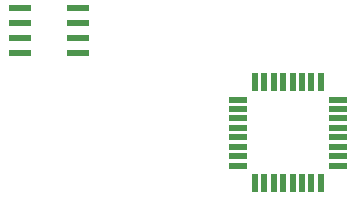
<source format=gbr>
%TF.GenerationSoftware,KiCad,Pcbnew,(5.1.7)-1*%
%TF.CreationDate,2021-01-28T11:15:27+10:00*%
%TF.ProjectId,TickTacToe,5469636b-5461-4635-946f-652e6b696361,rev?*%
%TF.SameCoordinates,Original*%
%TF.FileFunction,Paste,Top*%
%TF.FilePolarity,Positive*%
%FSLAX46Y46*%
G04 Gerber Fmt 4.6, Leading zero omitted, Abs format (unit mm)*
G04 Created by KiCad (PCBNEW (5.1.7)-1) date 2021-01-28 11:15:27*
%MOMM*%
%LPD*%
G01*
G04 APERTURE LIST*
%ADD10R,1.600000X0.550000*%
%ADD11R,0.550000X1.600000*%
%ADD12R,1.970000X0.600000*%
G04 APERTURE END LIST*
D10*
%TO.C,U1*%
X58742000Y-158998000D03*
X58742000Y-159798000D03*
X58742000Y-160598000D03*
X58742000Y-161398000D03*
X58742000Y-162198000D03*
X58742000Y-162998000D03*
X58742000Y-163798000D03*
X58742000Y-164598000D03*
D11*
X60192000Y-166048000D03*
X60992000Y-166048000D03*
X61792000Y-166048000D03*
X62592000Y-166048000D03*
X63392000Y-166048000D03*
X64192000Y-166048000D03*
X64992000Y-166048000D03*
X65792000Y-166048000D03*
D10*
X67242000Y-164598000D03*
X67242000Y-163798000D03*
X67242000Y-162998000D03*
X67242000Y-162198000D03*
X67242000Y-161398000D03*
X67242000Y-160598000D03*
X67242000Y-159798000D03*
X67242000Y-158998000D03*
D11*
X65792000Y-157548000D03*
X64992000Y-157548000D03*
X64192000Y-157548000D03*
X63392000Y-157548000D03*
X62592000Y-157548000D03*
X61792000Y-157548000D03*
X60992000Y-157548000D03*
X60192000Y-157548000D03*
%TD*%
D12*
%TO.C,U2*%
X45269000Y-155067000D03*
X45269000Y-153797000D03*
X45269000Y-152527000D03*
X45269000Y-151257000D03*
X40329000Y-151257000D03*
X40329000Y-152527000D03*
X40329000Y-153797000D03*
X40329000Y-155067000D03*
%TD*%
M02*

</source>
